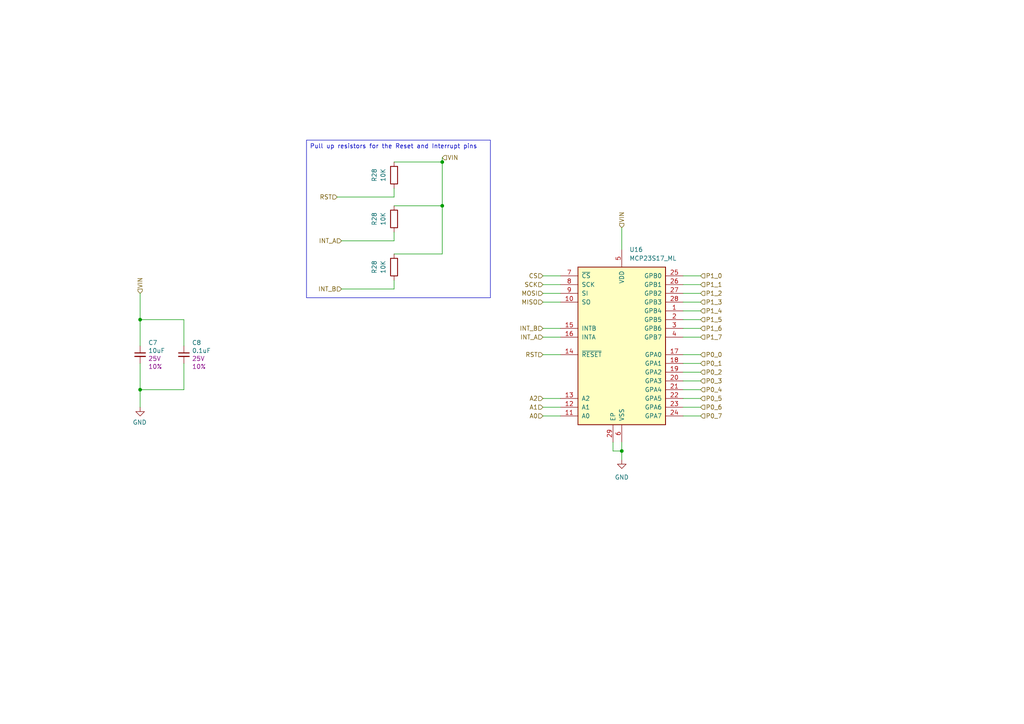
<source format=kicad_sch>
(kicad_sch (version 20230121) (generator eeschema)

  (uuid 435c3979-49c1-42da-a065-17ce2711a192)

  (paper "A4")

  (title_block
    (company "Yuri GmbH")
  )

  (lib_symbols
    (symbol "Device:C_Small" (pin_numbers hide) (pin_names (offset 0.254) hide) (in_bom yes) (on_board yes)
      (property "Reference" "C" (at 0.254 1.778 0)
        (effects (font (size 1.27 1.27)) (justify left))
      )
      (property "Value" "C_Small" (at 0.254 -2.032 0)
        (effects (font (size 1.27 1.27)) (justify left))
      )
      (property "Footprint" "" (at 0 0 0)
        (effects (font (size 1.27 1.27)) hide)
      )
      (property "Datasheet" "~" (at 0 0 0)
        (effects (font (size 1.27 1.27)) hide)
      )
      (property "ki_keywords" "capacitor cap" (at 0 0 0)
        (effects (font (size 1.27 1.27)) hide)
      )
      (property "ki_description" "Unpolarized capacitor, small symbol" (at 0 0 0)
        (effects (font (size 1.27 1.27)) hide)
      )
      (property "ki_fp_filters" "C_*" (at 0 0 0)
        (effects (font (size 1.27 1.27)) hide)
      )
      (symbol "C_Small_0_1"
        (polyline
          (pts
            (xy -1.524 -0.508)
            (xy 1.524 -0.508)
          )
          (stroke (width 0.3302) (type default))
          (fill (type none))
        )
        (polyline
          (pts
            (xy -1.524 0.508)
            (xy 1.524 0.508)
          )
          (stroke (width 0.3048) (type default))
          (fill (type none))
        )
      )
      (symbol "C_Small_1_1"
        (pin passive line (at 0 2.54 270) (length 2.032)
          (name "~" (effects (font (size 1.27 1.27))))
          (number "1" (effects (font (size 1.27 1.27))))
        )
        (pin passive line (at 0 -2.54 90) (length 2.032)
          (name "~" (effects (font (size 1.27 1.27))))
          (number "2" (effects (font (size 1.27 1.27))))
        )
      )
    )
    (symbol "Device:R" (pin_numbers hide) (pin_names (offset 0)) (in_bom yes) (on_board yes)
      (property "Reference" "R" (at 2.032 0 90)
        (effects (font (size 1.27 1.27)))
      )
      (property "Value" "R" (at 0 0 90)
        (effects (font (size 1.27 1.27)))
      )
      (property "Footprint" "" (at -1.778 0 90)
        (effects (font (size 1.27 1.27)) hide)
      )
      (property "Datasheet" "~" (at 0 0 0)
        (effects (font (size 1.27 1.27)) hide)
      )
      (property "ki_keywords" "R res resistor" (at 0 0 0)
        (effects (font (size 1.27 1.27)) hide)
      )
      (property "ki_description" "Resistor" (at 0 0 0)
        (effects (font (size 1.27 1.27)) hide)
      )
      (property "ki_fp_filters" "R_*" (at 0 0 0)
        (effects (font (size 1.27 1.27)) hide)
      )
      (symbol "R_0_1"
        (rectangle (start -1.016 -2.54) (end 1.016 2.54)
          (stroke (width 0.254) (type default))
          (fill (type none))
        )
      )
      (symbol "R_1_1"
        (pin passive line (at 0 3.81 270) (length 1.27)
          (name "~" (effects (font (size 1.27 1.27))))
          (number "1" (effects (font (size 1.27 1.27))))
        )
        (pin passive line (at 0 -3.81 90) (length 1.27)
          (name "~" (effects (font (size 1.27 1.27))))
          (number "2" (effects (font (size 1.27 1.27))))
        )
      )
    )
    (symbol "Interface_Expansion:MCP23S17_ML" (pin_names (offset 1.016)) (in_bom yes) (on_board yes)
      (property "Reference" "U" (at -11.43 24.13 0)
        (effects (font (size 1.27 1.27)))
      )
      (property "Value" "MCP23S17_ML" (at 0 0 0)
        (effects (font (size 1.27 1.27)))
      )
      (property "Footprint" "Package_DFN_QFN:QFN-28-1EP_6x6mm_P0.65mm_EP4.25x4.25mm" (at 5.08 -25.4 0)
        (effects (font (size 1.27 1.27)) (justify left) hide)
      )
      (property "Datasheet" "http://ww1.microchip.com/downloads/en/DeviceDoc/20001952C.pdf" (at 5.08 -27.94 0)
        (effects (font (size 1.27 1.27)) (justify left) hide)
      )
      (property "ki_keywords" "SPI parallel port expander" (at 0 0 0)
        (effects (font (size 1.27 1.27)) hide)
      )
      (property "ki_description" "16-bit I/O expander, SPI, interrupts, w pull-ups, QFN-28" (at 0 0 0)
        (effects (font (size 1.27 1.27)) hide)
      )
      (property "ki_fp_filters" "QFN*6x6mm*P0.65mm*" (at 0 0 0)
        (effects (font (size 1.27 1.27)) hide)
      )
      (symbol "MCP23S17_ML_0_1"
        (rectangle (start -12.7 22.86) (end 12.7 -22.86)
          (stroke (width 0.254) (type default))
          (fill (type background))
        )
      )
      (symbol "MCP23S17_ML_1_1"
        (pin bidirectional line (at 17.78 10.16 180) (length 5.08)
          (name "GPB4" (effects (font (size 1.27 1.27))))
          (number "1" (effects (font (size 1.27 1.27))))
        )
        (pin output line (at -17.78 12.7 0) (length 5.08)
          (name "SO" (effects (font (size 1.27 1.27))))
          (number "10" (effects (font (size 1.27 1.27))))
        )
        (pin input line (at -17.78 -20.32 0) (length 5.08)
          (name "A0" (effects (font (size 1.27 1.27))))
          (number "11" (effects (font (size 1.27 1.27))))
        )
        (pin input line (at -17.78 -17.78 0) (length 5.08)
          (name "A1" (effects (font (size 1.27 1.27))))
          (number "12" (effects (font (size 1.27 1.27))))
        )
        (pin input line (at -17.78 -15.24 0) (length 5.08)
          (name "A2" (effects (font (size 1.27 1.27))))
          (number "13" (effects (font (size 1.27 1.27))))
        )
        (pin input line (at -17.78 -2.54 0) (length 5.08)
          (name "~{RESET}" (effects (font (size 1.27 1.27))))
          (number "14" (effects (font (size 1.27 1.27))))
        )
        (pin tri_state line (at -17.78 5.08 0) (length 5.08)
          (name "INTB" (effects (font (size 1.27 1.27))))
          (number "15" (effects (font (size 1.27 1.27))))
        )
        (pin tri_state line (at -17.78 2.54 0) (length 5.08)
          (name "INTA" (effects (font (size 1.27 1.27))))
          (number "16" (effects (font (size 1.27 1.27))))
        )
        (pin bidirectional line (at 17.78 -2.54 180) (length 5.08)
          (name "GPA0" (effects (font (size 1.27 1.27))))
          (number "17" (effects (font (size 1.27 1.27))))
        )
        (pin bidirectional line (at 17.78 -5.08 180) (length 5.08)
          (name "GPA1" (effects (font (size 1.27 1.27))))
          (number "18" (effects (font (size 1.27 1.27))))
        )
        (pin bidirectional line (at 17.78 -7.62 180) (length 5.08)
          (name "GPA2" (effects (font (size 1.27 1.27))))
          (number "19" (effects (font (size 1.27 1.27))))
        )
        (pin bidirectional line (at 17.78 7.62 180) (length 5.08)
          (name "GPB5" (effects (font (size 1.27 1.27))))
          (number "2" (effects (font (size 1.27 1.27))))
        )
        (pin bidirectional line (at 17.78 -10.16 180) (length 5.08)
          (name "GPA3" (effects (font (size 1.27 1.27))))
          (number "20" (effects (font (size 1.27 1.27))))
        )
        (pin bidirectional line (at 17.78 -12.7 180) (length 5.08)
          (name "GPA4" (effects (font (size 1.27 1.27))))
          (number "21" (effects (font (size 1.27 1.27))))
        )
        (pin bidirectional line (at 17.78 -15.24 180) (length 5.08)
          (name "GPA5" (effects (font (size 1.27 1.27))))
          (number "22" (effects (font (size 1.27 1.27))))
        )
        (pin bidirectional line (at 17.78 -17.78 180) (length 5.08)
          (name "GPA6" (effects (font (size 1.27 1.27))))
          (number "23" (effects (font (size 1.27 1.27))))
        )
        (pin bidirectional line (at 17.78 -20.32 180) (length 5.08)
          (name "GPA7" (effects (font (size 1.27 1.27))))
          (number "24" (effects (font (size 1.27 1.27))))
        )
        (pin bidirectional line (at 17.78 20.32 180) (length 5.08)
          (name "GPB0" (effects (font (size 1.27 1.27))))
          (number "25" (effects (font (size 1.27 1.27))))
        )
        (pin bidirectional line (at 17.78 17.78 180) (length 5.08)
          (name "GPB1" (effects (font (size 1.27 1.27))))
          (number "26" (effects (font (size 1.27 1.27))))
        )
        (pin bidirectional line (at 17.78 15.24 180) (length 5.08)
          (name "GPB2" (effects (font (size 1.27 1.27))))
          (number "27" (effects (font (size 1.27 1.27))))
        )
        (pin bidirectional line (at 17.78 12.7 180) (length 5.08)
          (name "GPB3" (effects (font (size 1.27 1.27))))
          (number "28" (effects (font (size 1.27 1.27))))
        )
        (pin passive line (at -2.54 -27.94 90) (length 5.08)
          (name "EP" (effects (font (size 1.27 1.27))))
          (number "29" (effects (font (size 1.27 1.27))))
        )
        (pin bidirectional line (at 17.78 5.08 180) (length 5.08)
          (name "GPB6" (effects (font (size 1.27 1.27))))
          (number "3" (effects (font (size 1.27 1.27))))
        )
        (pin bidirectional line (at 17.78 2.54 180) (length 5.08)
          (name "GPB7" (effects (font (size 1.27 1.27))))
          (number "4" (effects (font (size 1.27 1.27))))
        )
        (pin power_in line (at 0 27.94 270) (length 5.08)
          (name "VDD" (effects (font (size 1.27 1.27))))
          (number "5" (effects (font (size 1.27 1.27))))
        )
        (pin power_in line (at 0 -27.94 90) (length 5.08)
          (name "VSS" (effects (font (size 1.27 1.27))))
          (number "6" (effects (font (size 1.27 1.27))))
        )
        (pin input line (at -17.78 20.32 0) (length 5.08)
          (name "~{CS}" (effects (font (size 1.27 1.27))))
          (number "7" (effects (font (size 1.27 1.27))))
        )
        (pin input line (at -17.78 17.78 0) (length 5.08)
          (name "SCK" (effects (font (size 1.27 1.27))))
          (number "8" (effects (font (size 1.27 1.27))))
        )
        (pin input line (at -17.78 15.24 0) (length 5.08)
          (name "SI" (effects (font (size 1.27 1.27))))
          (number "9" (effects (font (size 1.27 1.27))))
        )
      )
    )
    (symbol "power:GND" (power) (pin_names (offset 0)) (in_bom yes) (on_board yes)
      (property "Reference" "#PWR" (at 0 -6.35 0)
        (effects (font (size 1.27 1.27)) hide)
      )
      (property "Value" "GND" (at 0 -3.81 0)
        (effects (font (size 1.27 1.27)))
      )
      (property "Footprint" "" (at 0 0 0)
        (effects (font (size 1.27 1.27)) hide)
      )
      (property "Datasheet" "" (at 0 0 0)
        (effects (font (size 1.27 1.27)) hide)
      )
      (property "ki_keywords" "global power" (at 0 0 0)
        (effects (font (size 1.27 1.27)) hide)
      )
      (property "ki_description" "Power symbol creates a global label with name \"GND\" , ground" (at 0 0 0)
        (effects (font (size 1.27 1.27)) hide)
      )
      (symbol "GND_0_1"
        (polyline
          (pts
            (xy 0 0)
            (xy 0 -1.27)
            (xy 1.27 -1.27)
            (xy 0 -2.54)
            (xy -1.27 -1.27)
            (xy 0 -1.27)
          )
          (stroke (width 0) (type default))
          (fill (type none))
        )
      )
      (symbol "GND_1_1"
        (pin power_in line (at 0 0 270) (length 0) hide
          (name "GND" (effects (font (size 1.27 1.27))))
          (number "1" (effects (font (size 1.27 1.27))))
        )
      )
    )
  )

  (junction (at 180.34 130.81) (diameter 0) (color 0 0 0 0)
    (uuid 1f45b818-ed3c-45b5-8f56-eac3d762786e)
  )
  (junction (at 128.27 46.99) (diameter 0) (color 0 0 0 0)
    (uuid 5ca4e729-a8af-4dd2-9831-01227a7baaea)
  )
  (junction (at 128.27 59.69) (diameter 0) (color 0 0 0 0)
    (uuid 6c82bac1-371c-4a71-9188-c38f73bef743)
  )
  (junction (at 40.64 113.03) (diameter 0) (color 0 0 0 0)
    (uuid 70804e5b-219c-44a5-8cb5-b1f5964818e4)
  )
  (junction (at 40.64 92.71) (diameter 0) (color 0 0 0 0)
    (uuid 7605525f-83ec-4cdd-a5c6-c113d7ece5d4)
  )

  (wire (pts (xy 198.12 85.09) (xy 203.2 85.09))
    (stroke (width 0) (type default))
    (uuid 01770a4e-401e-40b7-98be-c0153b3f1fdd)
  )
  (wire (pts (xy 99.06 83.82) (xy 114.3 83.82))
    (stroke (width 0) (type default))
    (uuid 0d991ca2-d23c-4718-9b57-c18348513350)
  )
  (wire (pts (xy 157.48 115.57) (xy 162.56 115.57))
    (stroke (width 0) (type default))
    (uuid 18550b38-bce4-4eac-8388-e001d15bb91d)
  )
  (wire (pts (xy 157.48 85.09) (xy 162.56 85.09))
    (stroke (width 0) (type default))
    (uuid 1fc80cd3-6834-4ff9-acdd-dc612835049b)
  )
  (wire (pts (xy 198.12 110.49) (xy 203.2 110.49))
    (stroke (width 0) (type default))
    (uuid 201bf5be-a5f0-445a-bae6-e437cd0d2956)
  )
  (wire (pts (xy 198.12 82.55) (xy 203.2 82.55))
    (stroke (width 0) (type default))
    (uuid 216bbe3f-5e5b-4846-92fa-ff8ca5c85d09)
  )
  (wire (pts (xy 198.12 87.63) (xy 203.2 87.63))
    (stroke (width 0) (type default))
    (uuid 25b45ac1-e300-4832-9080-93587a181575)
  )
  (wire (pts (xy 180.34 130.81) (xy 180.34 133.35))
    (stroke (width 0) (type default))
    (uuid 281fc93e-c2e3-444a-bd20-b644c0e94c36)
  )
  (wire (pts (xy 198.12 95.25) (xy 203.2 95.25))
    (stroke (width 0) (type default))
    (uuid 28b8dbfb-a4c5-45c5-a974-e90eecf998ca)
  )
  (wire (pts (xy 157.48 87.63) (xy 162.56 87.63))
    (stroke (width 0) (type default))
    (uuid 28bc98ac-b532-4164-bbc7-56695a7013ea)
  )
  (wire (pts (xy 198.12 90.17) (xy 203.2 90.17))
    (stroke (width 0) (type default))
    (uuid 2a6a3259-ff01-4484-81ed-37b109679673)
  )
  (wire (pts (xy 198.12 97.79) (xy 203.2 97.79))
    (stroke (width 0) (type default))
    (uuid 36d304e3-9ef6-4df6-a8c6-12d8c5777534)
  )
  (wire (pts (xy 177.8 128.27) (xy 177.8 130.81))
    (stroke (width 0) (type default))
    (uuid 39466310-492d-4f97-b706-00924f785048)
  )
  (wire (pts (xy 40.64 92.71) (xy 40.64 85.09))
    (stroke (width 0) (type default))
    (uuid 41eaa972-0215-48f5-bdc3-8b7d49085030)
  )
  (wire (pts (xy 198.12 113.03) (xy 203.2 113.03))
    (stroke (width 0) (type default))
    (uuid 472af9a6-93f9-43ba-a9a7-ff5a28935353)
  )
  (wire (pts (xy 157.48 82.55) (xy 162.56 82.55))
    (stroke (width 0) (type default))
    (uuid 4ab4ee23-660b-4653-8498-6f5d3aea1b71)
  )
  (wire (pts (xy 198.12 120.65) (xy 203.2 120.65))
    (stroke (width 0) (type default))
    (uuid 525735f8-6efc-4ade-930c-12933ef49d95)
  )
  (wire (pts (xy 180.34 66.04) (xy 180.34 72.39))
    (stroke (width 0) (type default))
    (uuid 5582f9f1-a9ed-487e-87ad-9ddca6260df5)
  )
  (wire (pts (xy 114.3 57.15) (xy 114.3 54.61))
    (stroke (width 0) (type default))
    (uuid 60296ed0-5f8d-491d-91ad-7660a76d8719)
  )
  (wire (pts (xy 53.34 113.03) (xy 40.64 113.03))
    (stroke (width 0) (type default))
    (uuid 623d02e2-3ef3-4665-a63a-48fb575f6794)
  )
  (wire (pts (xy 198.12 105.41) (xy 203.2 105.41))
    (stroke (width 0) (type default))
    (uuid 6b921157-0a04-401e-b9d0-c95af0e6c205)
  )
  (wire (pts (xy 40.64 113.03) (xy 40.64 118.11))
    (stroke (width 0) (type default))
    (uuid 6cdcd1f6-6c60-4eeb-8413-1a164c691a6e)
  )
  (wire (pts (xy 157.48 120.65) (xy 162.56 120.65))
    (stroke (width 0) (type default))
    (uuid 6fe7e1f9-0d12-405a-a104-935537c66ae4)
  )
  (wire (pts (xy 198.12 118.11) (xy 203.2 118.11))
    (stroke (width 0) (type default))
    (uuid 7cc4760d-dac2-419f-8466-137ad6ea8adc)
  )
  (wire (pts (xy 40.64 92.71) (xy 53.34 92.71))
    (stroke (width 0) (type default))
    (uuid 98b24ac4-63f7-4e17-b9e9-cb5a72a613b7)
  )
  (wire (pts (xy 99.06 69.85) (xy 114.3 69.85))
    (stroke (width 0) (type default))
    (uuid a728559c-762c-4b4e-ba61-145f57558101)
  )
  (wire (pts (xy 40.64 105.41) (xy 40.64 113.03))
    (stroke (width 0) (type default))
    (uuid a75fd5ea-73a7-4dc5-831c-930620596793)
  )
  (wire (pts (xy 157.48 95.25) (xy 162.56 95.25))
    (stroke (width 0) (type default))
    (uuid b0e120db-b1d2-4a03-a720-41ba334a6528)
  )
  (wire (pts (xy 198.12 102.87) (xy 203.2 102.87))
    (stroke (width 0) (type default))
    (uuid b280aa79-0ab3-42c5-9635-3a3608ec8527)
  )
  (wire (pts (xy 114.3 69.85) (xy 114.3 67.31))
    (stroke (width 0) (type default))
    (uuid b508f9b8-4baa-4546-92d9-bdd3175d2048)
  )
  (wire (pts (xy 198.12 115.57) (xy 203.2 115.57))
    (stroke (width 0) (type default))
    (uuid bb56e797-4db3-479c-9700-a3c402d00656)
  )
  (wire (pts (xy 97.79 57.15) (xy 114.3 57.15))
    (stroke (width 0) (type default))
    (uuid bb884781-a922-4eed-98d2-8b5c134b57de)
  )
  (wire (pts (xy 128.27 59.69) (xy 128.27 46.99))
    (stroke (width 0) (type default))
    (uuid bc672d20-d1bf-40a3-b59e-624f0225546c)
  )
  (wire (pts (xy 114.3 83.82) (xy 114.3 81.28))
    (stroke (width 0) (type default))
    (uuid c1bfdea0-066c-449b-ac2b-6baf0185c6d9)
  )
  (wire (pts (xy 157.48 102.87) (xy 162.56 102.87))
    (stroke (width 0) (type default))
    (uuid c6a0d4ff-1f36-417a-89ea-9ea80de973bc)
  )
  (wire (pts (xy 198.12 107.95) (xy 203.2 107.95))
    (stroke (width 0) (type default))
    (uuid cb892df5-e18c-4f83-b6e8-ba6536c5d10a)
  )
  (wire (pts (xy 128.27 73.66) (xy 128.27 59.69))
    (stroke (width 0) (type default))
    (uuid cdfb245a-c404-4495-b678-9345e9ea26ae)
  )
  (wire (pts (xy 114.3 73.66) (xy 128.27 73.66))
    (stroke (width 0) (type default))
    (uuid d07c5867-b234-4803-b6e1-0ab2b7326de6)
  )
  (wire (pts (xy 198.12 80.01) (xy 203.2 80.01))
    (stroke (width 0) (type default))
    (uuid d5e8ce5f-ae2e-46e8-a7b5-8b1036e5348d)
  )
  (wire (pts (xy 128.27 46.99) (xy 128.27 45.72))
    (stroke (width 0) (type default))
    (uuid d8091235-6e07-46c1-a8f9-70d6324b1204)
  )
  (wire (pts (xy 157.48 118.11) (xy 162.56 118.11))
    (stroke (width 0) (type default))
    (uuid d9866575-17a0-418a-bf5e-44b9a26376c5)
  )
  (wire (pts (xy 40.64 100.33) (xy 40.64 92.71))
    (stroke (width 0) (type default))
    (uuid db26bb6f-afbd-4401-a2db-c886807f7006)
  )
  (wire (pts (xy 157.48 97.79) (xy 162.56 97.79))
    (stroke (width 0) (type default))
    (uuid dcaa3381-c86a-49f0-86fc-249702c091be)
  )
  (wire (pts (xy 114.3 46.99) (xy 128.27 46.99))
    (stroke (width 0) (type default))
    (uuid dcf9f4cc-f43f-4f4c-ba33-69e5f0c6d748)
  )
  (wire (pts (xy 180.34 128.27) (xy 180.34 130.81))
    (stroke (width 0) (type default))
    (uuid e1f72674-cbc0-4e15-8d8e-50a084b57fb9)
  )
  (wire (pts (xy 53.34 92.71) (xy 53.34 100.33))
    (stroke (width 0) (type default))
    (uuid e1fc7c39-e648-4bd1-b47a-9a13d722b295)
  )
  (wire (pts (xy 177.8 130.81) (xy 180.34 130.81))
    (stroke (width 0) (type default))
    (uuid e4b7911e-f5b3-4295-9b4d-21fa67763023)
  )
  (wire (pts (xy 53.34 105.41) (xy 53.34 113.03))
    (stroke (width 0) (type default))
    (uuid e87626a8-c37f-4655-9bdc-97defdb28d45)
  )
  (wire (pts (xy 198.12 92.71) (xy 203.2 92.71))
    (stroke (width 0) (type default))
    (uuid ee17c58e-389d-447e-8801-e4b021c2dcc8)
  )
  (wire (pts (xy 114.3 59.69) (xy 128.27 59.69))
    (stroke (width 0) (type default))
    (uuid f3451601-f56e-44bd-b432-9aa48e9adc8a)
  )
  (wire (pts (xy 157.48 80.01) (xy 162.56 80.01))
    (stroke (width 0) (type default))
    (uuid fad26369-02f2-4c36-a952-23b7b78adc72)
  )

  (text_box "Pull up resistors for the Reset and Interrupt pins"
    (at 88.9 40.64 0) (size 53.34 45.72)
    (stroke (width 0) (type default))
    (fill (type none))
    (effects (font (size 1.27 1.27)) (justify left top))
    (uuid 8eafe469-1ad1-443e-8cdc-74e9c1eb3d32)
  )

  (hierarchical_label "RST" (shape input) (at 97.79 57.15 180) (fields_autoplaced)
    (effects (font (size 1.27 1.27)) (justify right))
    (uuid 13566231-eb0b-478f-9913-0d059792056c)
  )
  (hierarchical_label "P1_7" (shape input) (at 203.2 97.79 0) (fields_autoplaced)
    (effects (font (size 1.27 1.27)) (justify left))
    (uuid 1890649e-3f8d-43f5-b3a6-48d47849461b)
  )
  (hierarchical_label "VIN" (shape input) (at 180.34 66.04 90) (fields_autoplaced)
    (effects (font (size 1.27 1.27)) (justify left))
    (uuid 1e31fd18-c9e3-4a5c-afc6-23418d55032d)
  )
  (hierarchical_label "MOSI" (shape input) (at 157.48 85.09 180) (fields_autoplaced)
    (effects (font (size 1.27 1.27)) (justify right))
    (uuid 1f589da3-3116-4e75-8b0c-e848e026de19)
  )
  (hierarchical_label "INT_B" (shape input) (at 157.48 95.25 180) (fields_autoplaced)
    (effects (font (size 1.27 1.27)) (justify right))
    (uuid 233c4b85-3fea-403a-a595-7b22e84c8db4)
  )
  (hierarchical_label "A0" (shape input) (at 157.48 120.65 180) (fields_autoplaced)
    (effects (font (size 1.27 1.27)) (justify right))
    (uuid 33174c41-d049-430c-aaa8-6e49f3266e3c)
  )
  (hierarchical_label "VIN" (shape input) (at 128.27 45.72 0) (fields_autoplaced)
    (effects (font (size 1.27 1.27)) (justify left))
    (uuid 370a8de4-efe4-421c-9c7c-a1cb5267d0da)
  )
  (hierarchical_label "P0_3" (shape input) (at 203.2 110.49 0) (fields_autoplaced)
    (effects (font (size 1.27 1.27)) (justify left))
    (uuid 44e96d12-d9c8-4807-b042-85d607ce6631)
  )
  (hierarchical_label "INT_A" (shape input) (at 99.06 69.85 180) (fields_autoplaced)
    (effects (font (size 1.27 1.27)) (justify right))
    (uuid 45076ef1-847b-4d87-be8c-78bba8120012)
  )
  (hierarchical_label "CS" (shape input) (at 157.48 80.01 180) (fields_autoplaced)
    (effects (font (size 1.27 1.27)) (justify right))
    (uuid 5932afe2-496d-4118-ad1f-05a13029404b)
  )
  (hierarchical_label "INT_A" (shape input) (at 157.48 97.79 180) (fields_autoplaced)
    (effects (font (size 1.27 1.27)) (justify right))
    (uuid 5c6d4eaf-015f-4e5f-a0ed-9fda6c8c6df7)
  )
  (hierarchical_label "A2" (shape input) (at 157.48 115.57 180) (fields_autoplaced)
    (effects (font (size 1.27 1.27)) (justify right))
    (uuid 60571824-43f0-4ef0-8815-0cdbfbe82832)
  )
  (hierarchical_label "SCK" (shape input) (at 157.48 82.55 180) (fields_autoplaced)
    (effects (font (size 1.27 1.27)) (justify right))
    (uuid 67d3298b-e6f8-4056-94ab-c5581865a84a)
  )
  (hierarchical_label "P0_4" (shape input) (at 203.2 113.03 0) (fields_autoplaced)
    (effects (font (size 1.27 1.27)) (justify left))
    (uuid 6ff8812d-9d6b-4ad1-99a1-b0020fe02e22)
  )
  (hierarchical_label "P0_7" (shape input) (at 203.2 120.65 0) (fields_autoplaced)
    (effects (font (size 1.27 1.27)) (justify left))
    (uuid 80a73c6a-84e9-42b4-9c76-ab627e6fa308)
  )
  (hierarchical_label "A1" (shape input) (at 157.48 118.11 180) (fields_autoplaced)
    (effects (font (size 1.27 1.27)) (justify right))
    (uuid 880fbd91-9e1d-4a98-9588-fa490a58fd2b)
  )
  (hierarchical_label "P1_6" (shape input) (at 203.2 95.25 0) (fields_autoplaced)
    (effects (font (size 1.27 1.27)) (justify left))
    (uuid 8c26dfaf-5a7a-4d43-a3ad-17e269e1bf97)
  )
  (hierarchical_label "P0_2" (shape input) (at 203.2 107.95 0) (fields_autoplaced)
    (effects (font (size 1.27 1.27)) (justify left))
    (uuid 93163c6a-467d-4d78-919f-6b90a6ada441)
  )
  (hierarchical_label "P0_6" (shape input) (at 203.2 118.11 0) (fields_autoplaced)
    (effects (font (size 1.27 1.27)) (justify left))
    (uuid 9f523424-adcd-4fe2-8383-b137086c6f98)
  )
  (hierarchical_label "P1_0" (shape input) (at 203.2 80.01 0) (fields_autoplaced)
    (effects (font (size 1.27 1.27)) (justify left))
    (uuid a3492bff-1b4b-4e59-9a1e-09cfbacdf92d)
  )
  (hierarchical_label "P1_2" (shape input) (at 203.2 85.09 0) (fields_autoplaced)
    (effects (font (size 1.27 1.27)) (justify left))
    (uuid a53cb2f2-4b32-4ffd-a4f4-23d70caffdec)
  )
  (hierarchical_label "INT_B" (shape input) (at 99.06 83.82 180) (fields_autoplaced)
    (effects (font (size 1.27 1.27)) (justify right))
    (uuid a84a6cb2-4fba-4a08-88c5-068c8eba2944)
  )
  (hierarchical_label "P0_0" (shape input) (at 203.2 102.87 0) (fields_autoplaced)
    (effects (font (size 1.27 1.27)) (justify left))
    (uuid ad945af3-8e2b-4d6f-a851-2a8a270b53a5)
  )
  (hierarchical_label "P1_3" (shape input) (at 203.2 87.63 0) (fields_autoplaced)
    (effects (font (size 1.27 1.27)) (justify left))
    (uuid ae069147-f596-4fd8-8007-c5f417adb6f4)
  )
  (hierarchical_label "P0_1" (shape input) (at 203.2 105.41 0) (fields_autoplaced)
    (effects (font (size 1.27 1.27)) (justify left))
    (uuid b77cb95e-579e-426d-84d8-239c9a6c5c8e)
  )
  (hierarchical_label "RST" (shape input) (at 157.48 102.87 180) (fields_autoplaced)
    (effects (font (size 1.27 1.27)) (justify right))
    (uuid c70ba964-bfa6-46ab-9991-c5ad372c402e)
  )
  (hierarchical_label "P0_5" (shape input) (at 203.2 115.57 0) (fields_autoplaced)
    (effects (font (size 1.27 1.27)) (justify left))
    (uuid c81d074b-2bd1-4509-aa80-1e4676193b4c)
  )
  (hierarchical_label "P1_5" (shape input) (at 203.2 92.71 0) (fields_autoplaced)
    (effects (font (size 1.27 1.27)) (justify left))
    (uuid c88b4fee-ed8f-4646-ac66-f3cca316ef11)
  )
  (hierarchical_label "P1_4" (shape input) (at 203.2 90.17 0) (fields_autoplaced)
    (effects (font (size 1.27 1.27)) (justify left))
    (uuid cc1f959c-bf79-4e7a-96ee-53db1dd33b1a)
  )
  (hierarchical_label "VIN" (shape input) (at 40.64 85.09 90) (fields_autoplaced)
    (effects (font (size 1.27 1.27)) (justify left))
    (uuid da2e858a-c620-488d-ad9f-23e16335ddc9)
  )
  (hierarchical_label "P1_1" (shape input) (at 203.2 82.55 0) (fields_autoplaced)
    (effects (font (size 1.27 1.27)) (justify left))
    (uuid db09c80b-5f26-43a7-bc4e-4c5895132009)
  )
  (hierarchical_label "MISO" (shape input) (at 157.48 87.63 180) (fields_autoplaced)
    (effects (font (size 1.27 1.27)) (justify right))
    (uuid f5a57b5b-830f-4f5f-93b5-e7681346341e)
  )

  (symbol (lib_id "power:GND") (at 180.34 133.35 0) (unit 1)
    (in_bom yes) (on_board yes) (dnp no) (fields_autoplaced)
    (uuid 01a3507d-a557-47ec-b512-245674d7c211)
    (property "Reference" "#PWR0114" (at 180.34 139.7 0)
      (effects (font (size 1.27 1.27)) hide)
    )
    (property "Value" "GND" (at 180.34 138.43 0)
      (effects (font (size 1.27 1.27)))
    )
    (property "Footprint" "" (at 180.34 133.35 0)
      (effects (font (size 1.27 1.27)) hide)
    )
    (property "Datasheet" "" (at 180.34 133.35 0)
      (effects (font (size 1.27 1.27)) hide)
    )
    (pin "1" (uuid 85a491b2-6fc9-4cb8-8feb-42047e46f673))
    (instances
      (project "fluidics"
        (path "/5aff9a6f-f35d-45e7-96e9-9f7161704ccd/8968f3f6-931b-4843-aaf3-86d0f6c74c9a"
          (reference "#PWR0114") (unit 1)
        )
        (path "/5aff9a6f-f35d-45e7-96e9-9f7161704ccd/4374bad9-193b-49e3-86b9-47ca9cfdaf0c"
          (reference "#PWR0116") (unit 1)
        )
      )
    )
  )

  (symbol (lib_id "Device:C_Small") (at 40.64 102.87 0) (unit 1)
    (in_bom yes) (on_board yes) (dnp no)
    (uuid 0f04767d-eced-4dec-b8cb-60ccfac67549)
    (property "Reference" "C7" (at 42.9768 99.3902 0)
      (effects (font (size 1.27 1.27)) (justify left))
    )
    (property "Value" "10uF" (at 42.9768 101.7016 0)
      (effects (font (size 1.27 1.27)) (justify left))
    )
    (property "Footprint" "Capacitor_SMD:C_0603_1608Metric_Pad1.08x0.95mm_HandSolder" (at 40.64 102.87 0)
      (effects (font (size 1.27 1.27)) hide)
    )
    (property "Datasheet" "~" (at 40.64 102.87 0)
      (effects (font (size 1.27 1.27)) hide)
    )
    (property "Voltage" "25V" (at 42.9768 104.013 0)
      (effects (font (size 1.27 1.27)) (justify left))
    )
    (property "Tolerance" "10%" (at 42.9768 106.3244 0)
      (effects (font (size 1.27 1.27)) (justify left))
    )
    (property "Supplier" "Mouser" (at -38.1 191.77 0)
      (effects (font (size 1.27 1.27)) hide)
    )
    (property "Supplier part number" "GRM188R61E106KA73J" (at -38.1 191.77 0)
      (effects (font (size 1.27 1.27)) hide)
    )
    (pin "1" (uuid f623b2bd-8331-4bbd-9857-caf6ed8e4fb3))
    (pin "2" (uuid 8e5677b2-94fb-4eff-b34b-753f5f589f83))
    (instances
      (project "fluidics"
        (path "/5aff9a6f-f35d-45e7-96e9-9f7161704ccd/40f35aab-964c-43b3-b9c6-b1020b0f3a33"
          (reference "C7") (unit 1)
        )
        (path "/5aff9a6f-f35d-45e7-96e9-9f7161704ccd/96191f01-fedb-473e-ac66-7b3f9ced5c7d"
          (reference "C27") (unit 1)
        )
        (path "/5aff9a6f-f35d-45e7-96e9-9f7161704ccd/daecec56-c9f5-4488-a489-cc7f30d8412d"
          (reference "C29") (unit 1)
        )
        (path "/5aff9a6f-f35d-45e7-96e9-9f7161704ccd/8968f3f6-931b-4843-aaf3-86d0f6c74c9a"
          (reference "C43") (unit 1)
        )
        (path "/5aff9a6f-f35d-45e7-96e9-9f7161704ccd/4374bad9-193b-49e3-86b9-47ca9cfdaf0c"
          (reference "C45") (unit 1)
        )
      )
      (project "t7_bckup"
        (path "/93c10f60-9b54-40f2-a8c0-8cf3f7b10c78/00000000-0000-0000-0000-00005d9ae62b"
          (reference "C70") (unit 1)
        )
        (path "/93c10f60-9b54-40f2-a8c0-8cf3f7b10c78/00000000-0000-0000-0000-00005ce819f5"
          (reference "C68") (unit 1)
        )
        (path "/93c10f60-9b54-40f2-a8c0-8cf3f7b10c78/00000000-0000-0000-0000-00005d9c3cf9"
          (reference "C72") (unit 1)
        )
      )
    )
  )

  (symbol (lib_id "Interface_Expansion:MCP23S17_ML") (at 180.34 100.33 0) (unit 1)
    (in_bom yes) (on_board yes) (dnp no) (fields_autoplaced)
    (uuid 48fa2876-5353-44ad-b536-374a2086a11e)
    (property "Reference" "U16" (at 182.5341 72.39 0)
      (effects (font (size 1.27 1.27)) (justify left))
    )
    (property "Value" "MCP23S17_ML" (at 182.5341 74.93 0)
      (effects (font (size 1.27 1.27)) (justify left))
    )
    (property "Footprint" "Yuri:MCP23S17_ML_QFN-28" (at 185.42 125.73 0)
      (effects (font (size 1.27 1.27)) (justify left) hide)
    )
    (property "Datasheet" "http://ww1.microchip.com/downloads/en/DeviceDoc/20001952C.pdf" (at 185.42 128.27 0)
      (effects (font (size 1.27 1.27)) (justify left) hide)
    )
    (property "Supplier" "Digikey" (at 180.34 100.33 0)
      (effects (font (size 1.27 1.27)) hide)
    )
    (property "Supplier part number" "MCP23S17T-E/ML" (at 180.34 100.33 0)
      (effects (font (size 1.27 1.27)) hide)
    )
    (pin "1" (uuid 0f83db3e-d403-4302-9340-e6f0bdfe2da0))
    (pin "10" (uuid 2b3dc805-7bd7-4ba4-9edc-a05999c4f548))
    (pin "11" (uuid 15bc280f-e0dd-4eb2-a877-24510b401236))
    (pin "12" (uuid 24c8f5a9-3da1-4db9-a32f-50bd99d9296c))
    (pin "13" (uuid 3a95afda-5b26-46a3-8fe9-df5ba8aa9c4b))
    (pin "14" (uuid 045953ac-e449-400d-8c44-6769c5a1435b))
    (pin "15" (uuid 9b5bb91e-5194-4410-8872-22b732c21914))
    (pin "16" (uuid cfc8b249-4a30-4cce-bb76-b08d44d9b339))
    (pin "17" (uuid 0e8a0a83-536f-4960-9182-295234c15ffd))
    (pin "18" (uuid 72f3b714-5b2a-4bde-b526-a8a1a55e55db))
    (pin "19" (uuid 78950ef2-bc7c-40a2-853d-c95ab4b78581))
    (pin "2" (uuid 6fd20c5b-7e7b-4bfe-b6e7-ca912832752c))
    (pin "20" (uuid 27fa75cd-7252-4392-98a3-8f25d01f8c1c))
    (pin "21" (uuid c0226b1d-4f93-43af-89f0-6aa0c520a945))
    (pin "22" (uuid 0fa51875-c18b-4a65-b41a-19cf77ce6af4))
    (pin "23" (uuid 6f35e107-9e6d-4141-8dcf-d71bafb8ef36))
    (pin "24" (uuid 3e9281d1-4cd4-4cac-b1c2-1d4e95bbcf9b))
    (pin "25" (uuid bc9e892b-f455-4f1f-9db2-2508d54eadef))
    (pin "26" (uuid 69b89500-35c9-49a2-90ff-2e9557cf7049))
    (pin "27" (uuid 76dfb094-78d7-4b0e-b559-2758115a1bf7))
    (pin "28" (uuid ac1ae986-d644-4129-9c1c-0c8763f8ec27))
    (pin "29" (uuid e7f1b176-acf4-4298-ac0a-934922990bf7))
    (pin "3" (uuid 82748bdd-65b6-4e2c-be49-1a1ed850415d))
    (pin "4" (uuid 94c22749-98e0-4ef7-9ab9-9c52405927cb))
    (pin "5" (uuid b4c91e3f-dfed-4ab9-a460-9daa448208be))
    (pin "6" (uuid 029da46c-1a98-477d-8192-a4171626d8b2))
    (pin "7" (uuid ff0f8b76-7dfd-4db7-af7a-fe6f02ad925e))
    (pin "8" (uuid 36009a34-6461-4a2a-b10d-814869026d28))
    (pin "9" (uuid 4479a422-abb6-4b35-9e45-63ee93a22168))
    (instances
      (project "fluidics"
        (path "/5aff9a6f-f35d-45e7-96e9-9f7161704ccd/4374bad9-193b-49e3-86b9-47ca9cfdaf0c"
          (reference "U16") (unit 1)
        )
        (path "/5aff9a6f-f35d-45e7-96e9-9f7161704ccd/8968f3f6-931b-4843-aaf3-86d0f6c74c9a"
          (reference "U15") (unit 1)
        )
      )
    )
  )

  (symbol (lib_id "Device:R") (at 114.3 50.8 180) (unit 1)
    (in_bom yes) (on_board yes) (dnp no) (fields_autoplaced)
    (uuid 59b6bf17-4ddd-4e90-bcd3-f903e9891f2d)
    (property "Reference" "R28" (at 108.585 50.8 90)
      (effects (font (size 1.27 1.27)))
    )
    (property "Value" "10K" (at 111.125 50.8 90)
      (effects (font (size 1.27 1.27)))
    )
    (property "Footprint" "Resistor_SMD:R_0402_1005Metric_Pad0.72x0.64mm_HandSolder" (at 116.078 50.8 90)
      (effects (font (size 1.27 1.27)) hide)
    )
    (property "Datasheet" "https://www.seielect.com/catalog/sei-rmcf_rmcp.pdf" (at 114.3 50.8 0)
      (effects (font (size 1.27 1.27)) hide)
    )
    (property "Power" "125mW" (at 114.3 50.8 0)
      (effects (font (size 1.27 1.27)) hide)
    )
    (property "Supplier" "DigiKey" (at 114.3 50.8 0)
      (effects (font (size 1.27 1.27)) hide)
    )
    (property "Supplier part number" "RCC040210K0FKED" (at 114.3 50.8 0)
      (effects (font (size 1.27 1.27)) hide)
    )
    (property "Tolerance" "1%" (at 114.3 50.8 0)
      (effects (font (size 1.27 1.27)) hide)
    )
    (pin "1" (uuid c0c04631-705e-4833-8f52-1c42cce29424))
    (pin "2" (uuid 03b4e3a2-f361-4d02-a644-92c61bc9d59d))
    (instances
      (project "fluidics"
        (path "/5aff9a6f-f35d-45e7-96e9-9f7161704ccd"
          (reference "R28") (unit 1)
        )
        (path "/5aff9a6f-f35d-45e7-96e9-9f7161704ccd/8968f3f6-931b-4843-aaf3-86d0f6c74c9a"
          (reference "R22") (unit 1)
        )
        (path "/5aff9a6f-f35d-45e7-96e9-9f7161704ccd/4374bad9-193b-49e3-86b9-47ca9cfdaf0c"
          (reference "R25") (unit 1)
        )
      )
    )
  )

  (symbol (lib_id "Device:R") (at 114.3 77.47 180) (unit 1)
    (in_bom yes) (on_board yes) (dnp no) (fields_autoplaced)
    (uuid 70b8b40e-772f-41cf-b7d3-150b3af40b76)
    (property "Reference" "R28" (at 108.585 77.47 90)
      (effects (font (size 1.27 1.27)))
    )
    (property "Value" "10K" (at 111.125 77.47 90)
      (effects (font (size 1.27 1.27)))
    )
    (property "Footprint" "" (at 116.078 77.47 90)
      (effects (font (size 1.27 1.27)) hide)
    )
    (property "Datasheet" "https://www.seielect.com/catalog/sei-rmcf_rmcp.pdf" (at 114.3 77.47 0)
      (effects (font (size 1.27 1.27)) hide)
    )
    (property "Power" "125mW" (at 114.3 77.47 0)
      (effects (font (size 1.27 1.27)) hide)
    )
    (property "Supplier" "DigiKey" (at 114.3 77.47 0)
      (effects (font (size 1.27 1.27)) hide)
    )
    (property "Supplier part number" "RCC040210K0FKED" (at 114.3 77.47 0)
      (effects (font (size 1.27 1.27)) hide)
    )
    (property "Tolerance" "1%" (at 114.3 77.47 0)
      (effects (font (size 1.27 1.27)) hide)
    )
    (pin "1" (uuid b492fdd8-bb69-46c3-a84f-64e1fec1941f))
    (pin "2" (uuid 20658efb-28a9-42fc-b2a2-08404f2a250d))
    (instances
      (project "fluidics"
        (path "/5aff9a6f-f35d-45e7-96e9-9f7161704ccd"
          (reference "R28") (unit 1)
        )
        (path "/5aff9a6f-f35d-45e7-96e9-9f7161704ccd/8968f3f6-931b-4843-aaf3-86d0f6c74c9a"
          (reference "R24") (unit 1)
        )
        (path "/5aff9a6f-f35d-45e7-96e9-9f7161704ccd/4374bad9-193b-49e3-86b9-47ca9cfdaf0c"
          (reference "R27") (unit 1)
        )
      )
    )
  )

  (symbol (lib_id "Device:C_Small") (at 53.34 102.87 0) (unit 1)
    (in_bom yes) (on_board yes) (dnp no)
    (uuid 9bb3259b-f0e4-458e-9a36-09b33d477449)
    (property "Reference" "C8" (at 55.6768 99.3902 0)
      (effects (font (size 1.27 1.27)) (justify left))
    )
    (property "Value" "0.1uF" (at 55.6768 101.7016 0)
      (effects (font (size 1.27 1.27)) (justify left))
    )
    (property "Footprint" "Capacitor_SMD:C_0402_1005Metric_Pad0.74x0.62mm_HandSolder" (at 53.34 102.87 0)
      (effects (font (size 1.27 1.27)) hide)
    )
    (property "Datasheet" "~" (at 53.34 102.87 0)
      (effects (font (size 1.27 1.27)) hide)
    )
    (property "Voltage" "25V" (at 55.6768 104.013 0)
      (effects (font (size 1.27 1.27)) (justify left))
    )
    (property "Tolerance" "10%" (at 55.6768 106.3244 0)
      (effects (font (size 1.27 1.27)) (justify left))
    )
    (property "Supplier" "Mouser" (at -38.1 191.77 0)
      (effects (font (size 1.27 1.27)) hide)
    )
    (property "Supplier part number" "C603C104K5RAC3121" (at -38.1 191.77 0)
      (effects (font (size 1.27 1.27)) hide)
    )
    (pin "1" (uuid 101403f0-8c48-4fe3-adcf-37bda059759c))
    (pin "2" (uuid f8cfae07-9976-4936-8971-b01d72ecebf0))
    (instances
      (project "fluidics"
        (path "/5aff9a6f-f35d-45e7-96e9-9f7161704ccd/40f35aab-964c-43b3-b9c6-b1020b0f3a33"
          (reference "C8") (unit 1)
        )
        (path "/5aff9a6f-f35d-45e7-96e9-9f7161704ccd/96191f01-fedb-473e-ac66-7b3f9ced5c7d"
          (reference "C28") (unit 1)
        )
        (path "/5aff9a6f-f35d-45e7-96e9-9f7161704ccd/daecec56-c9f5-4488-a489-cc7f30d8412d"
          (reference "C30") (unit 1)
        )
        (path "/5aff9a6f-f35d-45e7-96e9-9f7161704ccd/8968f3f6-931b-4843-aaf3-86d0f6c74c9a"
          (reference "C44") (unit 1)
        )
        (path "/5aff9a6f-f35d-45e7-96e9-9f7161704ccd/4374bad9-193b-49e3-86b9-47ca9cfdaf0c"
          (reference "C46") (unit 1)
        )
      )
      (project "t7_bckup"
        (path "/93c10f60-9b54-40f2-a8c0-8cf3f7b10c78/00000000-0000-0000-0000-00005d9ae62b"
          (reference "C71") (unit 1)
        )
        (path "/93c10f60-9b54-40f2-a8c0-8cf3f7b10c78/00000000-0000-0000-0000-00005ce819f5"
          (reference "C69") (unit 1)
        )
        (path "/93c10f60-9b54-40f2-a8c0-8cf3f7b10c78/00000000-0000-0000-0000-00005d9c3cf9"
          (reference "C73") (unit 1)
        )
      )
    )
  )

  (symbol (lib_id "Device:R") (at 114.3 63.5 180) (unit 1)
    (in_bom yes) (on_board yes) (dnp no) (fields_autoplaced)
    (uuid ab5dca53-58c7-4f58-992f-0c2967c416e8)
    (property "Reference" "R28" (at 108.585 63.5 90)
      (effects (font (size 1.27 1.27)))
    )
    (property "Value" "10K" (at 111.125 63.5 90)
      (effects (font (size 1.27 1.27)))
    )
    (property "Footprint" "Resistor_SMD:R_0402_1005Metric_Pad0.72x0.64mm_HandSolder" (at 116.078 63.5 90)
      (effects (font (size 1.27 1.27)) hide)
    )
    (property "Datasheet" "https://www.seielect.com/catalog/sei-rmcf_rmcp.pdf" (at 114.3 63.5 0)
      (effects (font (size 1.27 1.27)) hide)
    )
    (property "Power" "125mW" (at 114.3 63.5 0)
      (effects (font (size 1.27 1.27)) hide)
    )
    (property "Supplier" "DigiKey" (at 114.3 63.5 0)
      (effects (font (size 1.27 1.27)) hide)
    )
    (property "Supplier part number" "RCC040210K0FKED" (at 114.3 63.5 0)
      (effects (font (size 1.27 1.27)) hide)
    )
    (property "Tolerance" "1%" (at 114.3 63.5 0)
      (effects (font (size 1.27 1.27)) hide)
    )
    (pin "1" (uuid 24c25d12-9ea1-4fc9-b938-9d378cb89675))
    (pin "2" (uuid accf08b9-624c-4599-8c37-0baabde0c0cc))
    (instances
      (project "fluidics"
        (path "/5aff9a6f-f35d-45e7-96e9-9f7161704ccd"
          (reference "R28") (unit 1)
        )
        (path "/5aff9a6f-f35d-45e7-96e9-9f7161704ccd/8968f3f6-931b-4843-aaf3-86d0f6c74c9a"
          (reference "R23") (unit 1)
        )
        (path "/5aff9a6f-f35d-45e7-96e9-9f7161704ccd/4374bad9-193b-49e3-86b9-47ca9cfdaf0c"
          (reference "R26") (unit 1)
        )
      )
    )
  )

  (symbol (lib_id "power:GND") (at 40.64 118.11 0) (mirror y) (unit 1)
    (in_bom yes) (on_board yes) (dnp no)
    (uuid e812b3fc-b3a9-4c21-956b-62002c6a45d4)
    (property "Reference" "#PWR058" (at 40.64 124.46 0)
      (effects (font (size 1.27 1.27)) hide)
    )
    (property "Value" "GND" (at 40.513 122.5042 0)
      (effects (font (size 1.27 1.27)))
    )
    (property "Footprint" "" (at 40.64 118.11 0)
      (effects (font (size 1.27 1.27)) hide)
    )
    (property "Datasheet" "" (at 40.64 118.11 0)
      (effects (font (size 1.27 1.27)) hide)
    )
    (pin "1" (uuid b8467049-7f2d-41ec-990c-e1b04e90dc07))
    (instances
      (project "fluidics"
        (path "/5aff9a6f-f35d-45e7-96e9-9f7161704ccd/40f35aab-964c-43b3-b9c6-b1020b0f3a33"
          (reference "#PWR058") (unit 1)
        )
        (path "/5aff9a6f-f35d-45e7-96e9-9f7161704ccd/96191f01-fedb-473e-ac66-7b3f9ced5c7d"
          (reference "#PWR086") (unit 1)
        )
        (path "/5aff9a6f-f35d-45e7-96e9-9f7161704ccd/daecec56-c9f5-4488-a489-cc7f30d8412d"
          (reference "#PWR088") (unit 1)
        )
        (path "/5aff9a6f-f35d-45e7-96e9-9f7161704ccd/8968f3f6-931b-4843-aaf3-86d0f6c74c9a"
          (reference "#PWR0113") (unit 1)
        )
        (path "/5aff9a6f-f35d-45e7-96e9-9f7161704ccd/4374bad9-193b-49e3-86b9-47ca9cfdaf0c"
          (reference "#PWR0115") (unit 1)
        )
      )
      (project "t7_bckup"
        (path "/93c10f60-9b54-40f2-a8c0-8cf3f7b10c78/00000000-0000-0000-0000-00005d9ae62b"
          (reference "#PWR0156") (unit 1)
        )
        (path "/93c10f60-9b54-40f2-a8c0-8cf3f7b10c78/00000000-0000-0000-0000-00005ce819f5"
          (reference "#PWR0154") (unit 1)
        )
        (path "/93c10f60-9b54-40f2-a8c0-8cf3f7b10c78/00000000-0000-0000-0000-00005d9c3cf9"
          (reference "#PWR0158") (unit 1)
        )
      )
    )
  )
)

</source>
